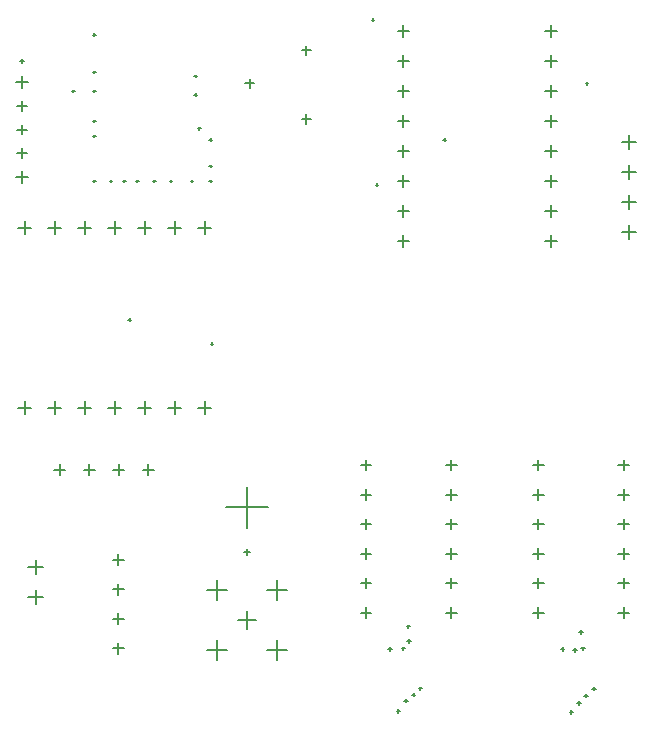
<source format=gbr>
%TF.GenerationSoftware,Altium Limited,Altium Designer,22.7.1 (60)*%
G04 Layer_Color=128*
%FSLAX45Y45*%
%MOMM*%
%TF.SameCoordinates,61DBAAF2-DE87-4E8A-AD11-02536D302051*%
%TF.FilePolarity,Positive*%
%TF.FileFunction,Drillmap*%
%TF.Part,Single*%
G01*
G75*
%TA.AperFunction,NonConductor*%
%ADD92C,0.12700*%
D92*
X989858Y6105500D02*
X1089858D01*
X1039858Y6055500D02*
Y6155500D01*
X989858Y5305500D02*
X1089858D01*
X1039858Y5255501D02*
Y5355500D01*
X999857Y5905500D02*
X1079857D01*
X1039857Y5865500D02*
Y5945500D01*
X999858Y5705501D02*
X1079858D01*
X1039858Y5665501D02*
Y5745501D01*
X999858Y5505501D02*
X1079857D01*
X1039857Y5465501D02*
Y5545501D01*
X5470461Y4762500D02*
X5565461D01*
X5517961Y4715000D02*
Y4810000D01*
X5470461Y5016500D02*
X5565461D01*
X5517961Y4969000D02*
Y5064000D01*
X5470461Y5270501D02*
X5565461D01*
X5517961Y5223001D02*
Y5318001D01*
X5470462Y5524499D02*
X5565462D01*
X5517962Y5476999D02*
Y5571999D01*
X5470460Y5778500D02*
X5565460D01*
X5517960Y5731000D02*
Y5826000D01*
X5470461Y6032501D02*
X5565461D01*
X5517961Y5985000D02*
Y6080001D01*
X5470461Y6286499D02*
X5565461D01*
X5517961Y6238999D02*
Y6333999D01*
X5470462Y6540502D02*
X5565462D01*
X5517962Y6493002D02*
Y6588002D01*
X4218461Y4762499D02*
X4313461D01*
X4265961Y4714999D02*
Y4809999D01*
X4218461Y5016501D02*
X4313461D01*
X4265961Y4969001D02*
Y5064001D01*
X4218461Y5270501D02*
X4313461D01*
X4265961Y5223000D02*
Y5318001D01*
X4218460Y5524501D02*
X4313460D01*
X4265960Y5477001D02*
Y5572001D01*
X4218459Y5778500D02*
X4313459D01*
X4265959Y5731000D02*
Y5826000D01*
X4218461Y6032501D02*
X4313461D01*
X4265961Y5985000D02*
Y6080001D01*
X4218461Y6286499D02*
X4313461D01*
X4265961Y6238999D02*
Y6334000D01*
X4218462Y6540500D02*
X4313462D01*
X4265962Y6493000D02*
Y6588000D01*
X6118888Y4838061D02*
X6238888D01*
X6178888Y4778061D02*
Y4898061D01*
X6118888Y5092061D02*
X6238888D01*
X6178888Y5032061D02*
Y5152061D01*
X6118888Y5346061D02*
X6238888D01*
X6178888Y5286061D02*
Y5406061D01*
X6118887Y5600060D02*
X6238887D01*
X6178887Y5540061D02*
Y5660060D01*
X3404785Y5796000D02*
X3484785D01*
X3444785Y5756000D02*
Y5836000D01*
X3404786Y6376001D02*
X3484786D01*
X3444786Y6336001D02*
Y6416001D01*
X2924785Y6096000D02*
X3004784D01*
X2964785Y6056000D02*
Y6136000D01*
X1808535Y1313751D02*
X1898535D01*
X1853535Y1268752D02*
Y1358751D01*
X1808535Y1563751D02*
X1898534D01*
X1853535Y1518751D02*
Y1608751D01*
X1808535Y1813750D02*
X1898535D01*
X1853535Y1768750D02*
Y1858750D01*
X1808535Y2063750D02*
X1898534D01*
X1853535Y2018750D02*
Y2108750D01*
X2062535Y2825750D02*
X2152534D01*
X2107535Y2780750D02*
Y2870750D01*
X1812535Y2825750D02*
X1902535D01*
X1857535Y2780750D02*
Y2870750D01*
X1562535Y2825750D02*
X1652535D01*
X1607535Y2780750D02*
Y2870750D01*
X1312536Y2825750D02*
X1402536D01*
X1357536Y2780750D02*
Y2870750D01*
X2867285Y1555750D02*
X3017284D01*
X2942284Y1480750D02*
Y1630750D01*
X2603284Y1809750D02*
X2773284D01*
X2688284Y1724750D02*
Y1894750D01*
X2603284Y1301750D02*
X2773284D01*
X2688284Y1216750D02*
Y1386750D01*
X3111284Y1301749D02*
X3281284D01*
X3196284Y1216750D02*
Y1386749D01*
X3111285Y1809750D02*
X3281285D01*
X3196285Y1724750D02*
Y1894750D01*
X2531800Y3351441D02*
X2641800D01*
X2586800Y3296441D02*
Y3406440D01*
X2277801Y3351440D02*
X2387800D01*
X2332801Y3296440D02*
Y3406440D01*
X1769800Y3351441D02*
X1879800D01*
X1824800Y3296441D02*
Y3406441D01*
X1261800Y3351440D02*
X1371800D01*
X1316800Y3296440D02*
Y3406440D01*
X1515801Y3351441D02*
X1625800D01*
X1570801Y3296441D02*
Y3406440D01*
X2023801Y3351441D02*
X2133800D01*
X2078801Y3296441D02*
Y3406440D01*
X1007801Y3351441D02*
X1117801D01*
X1062801Y3296441D02*
Y3406441D01*
X2531800Y4876268D02*
X2641799D01*
X2586799Y4821268D02*
Y4931268D01*
X2277800Y4876267D02*
X2387800D01*
X2332800Y4821267D02*
Y4931267D01*
X1769800Y4876267D02*
X1879800D01*
X1824800Y4821267D02*
Y4931267D01*
X1261800Y4876267D02*
X1371800D01*
X1316800Y4821267D02*
Y4931267D01*
X1007800Y4876267D02*
X1117800D01*
X1062800Y4821267D02*
Y4931267D01*
X1515800Y4876267D02*
X1625800D01*
X1570800Y4821267D02*
Y4931267D01*
X2023800Y4876267D02*
X2133800D01*
X2078800Y4821267D02*
Y4931267D01*
X1093108Y1746250D02*
X1213107D01*
X1153107Y1686250D02*
Y1806250D01*
X1093109Y2000250D02*
X1213108D01*
X1153108Y1940250D02*
Y2060250D01*
X4626976Y2865485D02*
X4716975D01*
X4671975Y2820485D02*
Y2910485D01*
X4626976Y2615485D02*
X4716975D01*
X4671975Y2570485D02*
Y2660485D01*
X4626976Y2365485D02*
X4716975D01*
X4671975Y2320485D02*
Y2410485D01*
X4626976Y2115485D02*
X4716975D01*
X4671975Y2070485D02*
Y2160485D01*
X4626976Y1865485D02*
X4716975D01*
X4671975Y1820485D02*
Y1910485D01*
X4626976Y1615485D02*
X4716975D01*
X4671975Y1570485D02*
Y1660485D01*
X3904660Y1615485D02*
X3994660D01*
X3949660Y1570485D02*
Y1660485D01*
X3904660Y1865485D02*
X3994660D01*
X3949660Y1820485D02*
Y1910485D01*
X3904660Y2115485D02*
X3994660D01*
X3949660Y2070485D02*
Y2160485D01*
X3904660Y2365485D02*
X3994660D01*
X3949660Y2320485D02*
Y2410485D01*
X3904660Y2615485D02*
X3994660D01*
X3949660Y2570485D02*
Y2660485D01*
X3904660Y2865485D02*
X3994660D01*
X3949660Y2820485D02*
Y2910485D01*
X5365160Y1615485D02*
X5455160D01*
X5410160Y1570485D02*
Y1660485D01*
X5365160Y1865485D02*
X5455160D01*
X5410160Y1820485D02*
Y1910485D01*
X5365160Y2115485D02*
X5455160D01*
X5410160Y2070485D02*
Y2160485D01*
X5365160Y2365485D02*
X5455160D01*
X5410160Y2320485D02*
Y2410485D01*
X5365160Y2615485D02*
X5455160D01*
X5410160Y2570485D02*
Y2660485D01*
X5365160Y2865485D02*
X5455160D01*
X5410160Y2820485D02*
Y2910485D01*
X6087476Y2865485D02*
X6177475D01*
X6132475Y2820485D02*
Y2910485D01*
X6087476Y2615485D02*
X6177475D01*
X6132475Y2570485D02*
Y2660485D01*
X6087476Y2365485D02*
X6177475D01*
X6132475Y2320485D02*
Y2410485D01*
X6087476Y2115485D02*
X6177475D01*
X6132475Y2070485D02*
Y2160485D01*
X6087476Y1865485D02*
X6177475D01*
X6132475Y1820485D02*
Y1910485D01*
X6087476Y1615485D02*
X6177475D01*
X6132475Y1570485D02*
Y1660485D01*
X1640840Y6508750D02*
X1661160D01*
X1651000Y6498590D02*
Y6518910D01*
X1640840Y6191250D02*
X1661160D01*
X1651000Y6181090D02*
Y6201410D01*
X1640840Y6032500D02*
X1661160D01*
X1651000Y6022340D02*
Y6042660D01*
X1640840Y5778500D02*
X1661160D01*
X1651000Y5768340D02*
Y5788660D01*
X1640840Y5651500D02*
X1661160D01*
X1651000Y5641340D02*
Y5661660D01*
X2498090Y6159500D02*
X2518410D01*
X2508250Y6149340D02*
Y6169660D01*
X2498090Y6000750D02*
X2518410D01*
X2508250Y5990590D02*
Y6010910D01*
X2529840Y5715000D02*
X2550160D01*
X2540000Y5704840D02*
Y5725160D01*
X2625090Y5619750D02*
X2645410D01*
X2635250Y5609590D02*
Y5629910D01*
X1024858Y6286500D02*
X1054858D01*
X1039858Y6271500D02*
Y6301500D01*
X1462375Y6032500D02*
X1482695D01*
X1472535Y6022340D02*
Y6042660D01*
X4210199Y784618D02*
X4240199D01*
X4225199Y769618D02*
Y799618D01*
X4605625Y5619750D02*
X4625945D01*
X4615785Y5609590D02*
Y5629910D01*
X4034125Y5238750D02*
X4054445D01*
X4044285Y5228590D02*
Y5248910D01*
X4000891Y6637233D02*
X4021211D01*
X4011051Y6627073D02*
Y6647393D01*
X5812125Y6096000D02*
X5832445D01*
X5822285Y6085840D02*
Y6106160D01*
X4396991Y974404D02*
X4426991D01*
X4411991Y959404D02*
Y989404D01*
X4338142Y921779D02*
X4368142D01*
X4353142Y906779D02*
Y936779D01*
X4275333Y869721D02*
X4305333D01*
X4290333Y854721D02*
Y884721D01*
X5866330Y971541D02*
X5896330D01*
X5881330Y956541D02*
Y986541D01*
X5772718Y1312286D02*
X5802718D01*
X5787718Y1297286D02*
Y1327286D01*
X5703192Y1301228D02*
X5733192D01*
X5718192Y1286228D02*
Y1316228D01*
X5797726Y912521D02*
X5827725D01*
X5812725Y897521D02*
Y927521D01*
X5738537Y851140D02*
X5768537D01*
X5753537Y836140D02*
Y866140D01*
X5673868Y773866D02*
X5703868D01*
X5688868Y758866D02*
Y788866D01*
X4252839Y1313562D02*
X4282839D01*
X4267839Y1298562D02*
Y1328561D01*
X4298732Y1373099D02*
X4328732D01*
X4313732Y1358099D02*
Y1388099D01*
X4293771Y1499617D02*
X4323771D01*
X4308771Y1484617D02*
Y1514617D01*
X4140030Y1306357D02*
X4170030D01*
X4155030Y1291357D02*
Y1321357D01*
X5600530Y1306357D02*
X5630530D01*
X5615530Y1291357D02*
Y1321357D01*
X2767285Y2508250D02*
X3117284D01*
X2942284Y2333250D02*
Y2683250D01*
X5755094Y1450444D02*
X5785094D01*
X5770094Y1435444D02*
Y1465444D01*
X2917284Y2127250D02*
X2967284D01*
X2942284Y2102250D02*
Y2152250D01*
X2637125Y3892551D02*
X2657445D01*
X2647285Y3882391D02*
Y3902711D01*
X1938625Y4095750D02*
X1958945D01*
X1948785Y4085590D02*
Y4105910D01*
X2625090Y5397500D02*
X2645410D01*
X2635250Y5387340D02*
Y5407660D01*
X2625090Y5270500D02*
X2645410D01*
X2635250Y5260340D02*
Y5280660D01*
X2466340Y5270500D02*
X2486660D01*
X2476500Y5260340D02*
Y5280660D01*
X2287875Y5270500D02*
X2308195D01*
X2298035Y5260340D02*
Y5280660D01*
X2005140Y5270500D02*
X2025460D01*
X2015300Y5260340D02*
Y5280660D01*
X1779875Y5270500D02*
X1800195D01*
X1790035Y5260340D02*
Y5280660D01*
X1640840Y5270500D02*
X1661160D01*
X1651000Y5260340D02*
Y5280660D01*
X2148840Y5270500D02*
X2169160D01*
X2159000Y5260340D02*
Y5280660D01*
X1894840Y5270500D02*
X1915160D01*
X1905000Y5260340D02*
Y5280660D01*
%TF.MD5,d7febfb868d109b3838965c9efc23d01*%
M02*

</source>
